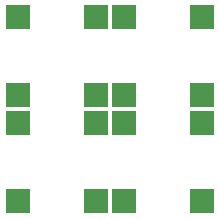
<source format=gts>
G04 Layer: TopSolderMaskLayer*
G04 EasyEDA v6.5.38, 2023-11-24 15:02:17*
G04 fd976b0eda274a6ca9a56c4ffa30f9f7,9a5be75d700b4a6385dc1106f27949ae,10*
G04 Gerber Generator version 0.2*
G04 Scale: 100 percent, Rotated: No, Reflected: No *
G04 Dimensions in millimeters *
G04 leading zeros omitted , absolute positions ,4 integer and 5 decimal *
%FSLAX45Y45*%
%MOMM*%

%AMMACRO1*1,1,$1,$2,$3*1,1,$1,$4,$5*1,1,$1,0-$2,0-$3*1,1,$1,0-$4,0-$5*20,1,$1,$2,$3,$4,$5,0*20,1,$1,$4,$5,0-$2,0-$3,0*20,1,$1,0-$2,0-$3,0-$4,0-$5,0*20,1,$1,0-$4,0-$5,$2,$3,0*4,1,4,$2,$3,$4,$5,0-$2,0-$3,0-$4,0-$5,$2,$3,0*%
%ADD10MACRO1,0.1016X-1X1X1X1*%
%ADD11MACRO1,0.1016X1X-1X-1X-1*%

%LPD*%
D10*
G01*
X219999Y-879998D03*
G01*
X879998Y-879998D03*
G01*
X879998Y-219999D03*
G01*
X219999Y-219999D03*
D11*
G01*
X1779996Y-219999D03*
G01*
X1119997Y-219999D03*
G01*
X1119997Y-879998D03*
G01*
X1779996Y-879998D03*
D10*
G01*
X1119997Y-1779996D03*
G01*
X1779996Y-1779996D03*
G01*
X1779996Y-1119997D03*
G01*
X1119997Y-1119997D03*
G01*
X219999Y-1779996D03*
G01*
X879998Y-1779996D03*
G01*
X879998Y-1119997D03*
G01*
X219999Y-1119997D03*
M02*

</source>
